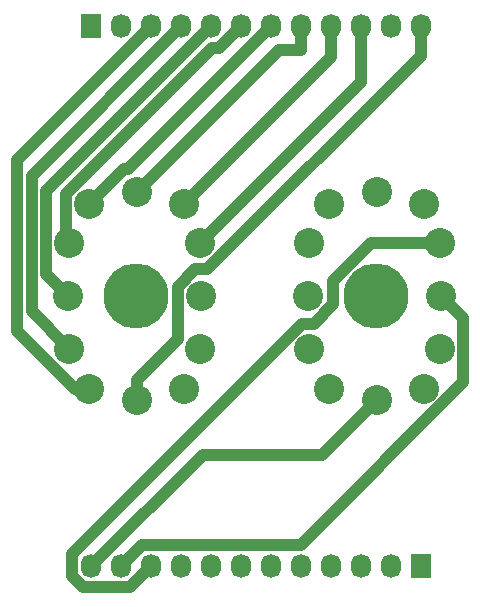
<source format=gbl>
G04 #@! TF.FileFunction,Copper,L2,Bot,Signal*
%FSLAX46Y46*%
G04 Gerber Fmt 4.6, Leading zero omitted, Abs format (unit mm)*
G04 Created by KiCad (PCBNEW (2015-10-31 BZR 6288)-product) date Saturday, November 21, 2015 'PMt' 01:28:12 PM*
%MOMM*%
G01*
G04 APERTURE LIST*
%ADD10C,0.100000*%
%ADD11R,1.727200X2.032000*%
%ADD12O,1.727200X2.032000*%
%ADD13C,2.540000*%
%ADD14C,5.500000*%
%ADD15C,1.000000*%
G04 APERTURE END LIST*
D10*
D11*
X120650000Y-57150000D03*
D12*
X123190000Y-57150000D03*
X125730000Y-57150000D03*
X128270000Y-57150000D03*
X130810000Y-57150000D03*
X133350000Y-57150000D03*
X135890000Y-57150000D03*
X138430000Y-57150000D03*
X140970000Y-57150000D03*
X143510000Y-57150000D03*
X146050000Y-57150000D03*
X148590000Y-57150000D03*
D11*
X148590000Y-102870000D03*
D12*
X146050000Y-102870000D03*
X143510000Y-102870000D03*
X140970000Y-102870000D03*
X138430000Y-102870000D03*
X135890000Y-102870000D03*
X133350000Y-102870000D03*
X130810000Y-102870000D03*
X128270000Y-102870000D03*
X125730000Y-102870000D03*
X123190000Y-102870000D03*
X120650000Y-102870000D03*
D13*
X129887980Y-84508340D03*
X120525540Y-87825580D03*
X118841520Y-84508340D03*
X118714520Y-80010000D03*
X118841520Y-75511660D03*
X120525540Y-72194420D03*
X124523500Y-71193660D03*
X128521460Y-72194420D03*
X129887980Y-75511660D03*
X130014980Y-80010000D03*
X128521460Y-87825580D03*
X124523500Y-88826340D03*
D14*
X124501000Y-80010000D03*
D13*
X150207980Y-84508340D03*
X140845540Y-87825580D03*
X139161520Y-84508340D03*
X139034520Y-80010000D03*
X139161520Y-75511660D03*
X140845540Y-72194420D03*
X144843500Y-71193660D03*
X148841460Y-72194420D03*
X150207980Y-75511660D03*
X150334980Y-80010000D03*
X148841460Y-87825580D03*
X144843500Y-88826340D03*
D14*
X144821000Y-80010000D03*
D15*
X114427400Y-68452600D02*
X125730000Y-57150000D01*
X114427400Y-82939900D02*
X114427400Y-68452600D01*
X119313100Y-87825600D02*
X114427400Y-82939900D01*
X120525500Y-87825600D02*
X119313100Y-87825600D01*
X115631900Y-69788100D02*
X128270000Y-57150000D01*
X115631900Y-81298700D02*
X115631900Y-69788100D01*
X118841500Y-84508300D02*
X115631900Y-81298700D01*
X116862600Y-71097400D02*
X130810000Y-57150000D01*
X116862600Y-78158100D02*
X116862600Y-71097400D01*
X118714500Y-80010000D02*
X116862600Y-78158100D01*
X131531700Y-58968300D02*
X133350000Y-57150000D01*
X130939000Y-58968300D02*
X131531700Y-58968300D01*
X118554900Y-71352400D02*
X130939000Y-58968300D01*
X118554900Y-75225100D02*
X118554900Y-71352400D01*
X118841500Y-75511700D02*
X118554900Y-75225100D01*
X123816700Y-69223300D02*
X135890000Y-57150000D01*
X123496600Y-69223300D02*
X123816700Y-69223300D01*
X120525500Y-72194400D02*
X123496600Y-69223300D01*
X136551200Y-59166000D02*
X138430000Y-59166000D01*
X124523500Y-71193700D02*
X136551200Y-59166000D01*
X138430000Y-57150000D02*
X138430000Y-59166000D01*
X140970000Y-59745900D02*
X140970000Y-57150000D01*
X128521500Y-72194400D02*
X140970000Y-59745900D01*
X143510000Y-61889700D02*
X143510000Y-57150000D01*
X129888000Y-75511700D02*
X143510000Y-61889700D01*
X148590000Y-59631700D02*
X148590000Y-57150000D01*
X130524300Y-77697400D02*
X148590000Y-59631700D01*
X129486900Y-77697400D02*
X130524300Y-77697400D01*
X127998000Y-79186300D02*
X129486900Y-77697400D01*
X127998000Y-83611700D02*
X127998000Y-79186300D01*
X124523500Y-87086200D02*
X127998000Y-83611700D01*
X124523500Y-88826300D02*
X124523500Y-87086200D01*
X124005300Y-104594700D02*
X125730000Y-102870000D01*
X119980700Y-104594700D02*
X124005300Y-104594700D01*
X119058200Y-103672200D02*
X119980700Y-104594700D01*
X119058200Y-101797900D02*
X119058200Y-103672200D01*
X138533500Y-82322600D02*
X119058200Y-101797900D01*
X139543300Y-82322600D02*
X138533500Y-82322600D01*
X141187800Y-80678100D02*
X139543300Y-82322600D01*
X141187800Y-78730500D02*
X141187800Y-80678100D01*
X144406600Y-75511700D02*
X141187800Y-78730500D01*
X150208000Y-75511700D02*
X144406600Y-75511700D01*
X125008300Y-101051700D02*
X123190000Y-102870000D01*
X138404700Y-101051700D02*
X125008300Y-101051700D01*
X152182500Y-87273900D02*
X138404700Y-101051700D01*
X152182500Y-81857500D02*
X152182500Y-87273900D01*
X150335000Y-80010000D02*
X152182500Y-81857500D01*
X130110300Y-93409700D02*
X120650000Y-102870000D01*
X140260100Y-93409700D02*
X130110300Y-93409700D01*
X144843500Y-88826300D02*
X140260100Y-93409700D01*
M02*

</source>
